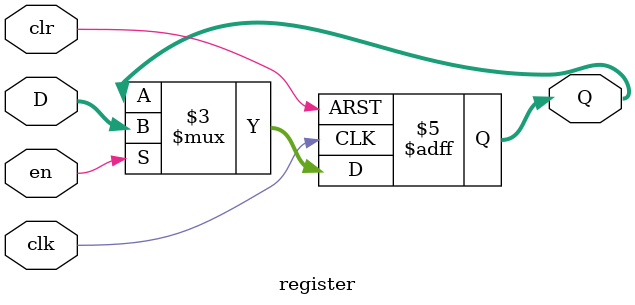
<source format=sv>
`timescale 1ns / 1ps

module VGA_fsm(
    input logic clk, rst_l,
    output logic[8:0] row,
    output logic[9:0] col,
    output logic Hsync, Vsync
    //input[3:0] pixel,
    //output[18:0] addr,
    );
    
    wire[9:0] H_MAX = 800;
    wire[9:0] V_MAX = 521;
    wire[9:0] H_PULSE = 96;
    wire[9:0] V_PULSE = 2;
    wire[9:0] H_FP = 16;
    wire[9:0] V_FP = 10;
    wire[9:0] H_BP = 48;
    wire[9:0] V_BP = 29;
   
    logic clearH, clearV, enH, enV, h_sync_val, v_sync_val, clk_50, clk_25;
    logic[9:0] hCount;
    logic[9:0] vCount;
    logic[3:0] R, G, B;
    
    counter #(10) hCounter(clk_25, clearH, enH, rst_l, hCount);
    counter #(10) vCounter(clk_25, clearV, enV, rst_l, vCount);
    register #(1) hReg(h_sync_val, clk_25, rst_l, 1'b1, Hsync);
    register #(1) vReg(v_sync_val, clk_25, rst_l, 1'b1, Vsync);

    register #(4) redReg(R, clk_25, rst_l, 1'b1, vgaRed);
    register #(4) greenReg(G, clk_25, rst_l, 1'b1, vgaGreen);
    register #(4) blueReg(B, clk_25, rst_l, 1'b1, vgaBlue);
            
    assign enH = 1'b1;
    
    //counter v and h sync
    always_comb begin
        if(hCount >= H_MAX) begin
            clearH = 1'b1;
            h_sync_val = 1'b1;
            enV = 1'b0;
        end  
        else if(hCount > H_FP+H_PULSE) begin
            clearH = 1'b0;
            h_sync_val = 1'b1;
            enV = 1'b0;
        end
        else if(hCount == H_FP+H_PULSE) begin
            clearH = 1'b0;
            h_sync_val = 1'b1;
            enV = 1'b1;
        end
        else if(hCount >= H_FP) begin
            clearH = 1'b0;
            h_sync_val = 1'b0;
            enV = 1'b0;
        end                   
        else begin
            clearH = 1'b0;
            h_sync_val = 1'b1;
            enV = 1'b0;
        end
        
        
        if(vCount >= V_MAX) begin
            clearV = 1'b1;
            v_sync_val = 1'b1;
        end              
        else if(vCount >= V_FP+V_PULSE) begin
            clearV = 1'b0;
            v_sync_val = 1'b1;
        end           
        else if(vCount >= V_FP) begin
            clearV = 1'b0;
            v_sync_val = 1'b0;
        end           
        else begin
            clearV = 1'b0;
            v_sync_val = 1'b1;
        end
        
        
            
    end
    
    //pixel
    always_comb begin
        if(hCount > H_FP+H_PULSE+H_BP) begin
            col = hCount - (H_FP+H_PULSE+H_BP);
        end
        else begin
            col = 0;
        end
    
        if(vCount > V_FP+V_PULSE+V_BP) begin
            row = vCount - (V_FP+V_PULSE+V_BP);
        end    
        else begin
            row = 0;
        end
    end 
    
    always_ff @(posedge clk, negedge rst_l) begin
        if(~rst_l) clk_50 <= 0;
        else clk_50 <= ~clk_50;
    end
    
        
    always_ff @(posedge clk_50, negedge rst_l) begin
        if(~rst_l) clk_25 <= 0;
        else clk_25 <= ~clk_25;
    end
    

endmodule

module counter
  #(parameter WIDTH = 8)
  (input  bit clk, clear, en, rst_L,
   output bit [WIDTH-1:0] Q);

  always_ff@(posedge clk, negedge rst_L)
    if(~rst_L)
      Q <= 0;
    else if (clear)
      Q <= 0;
    else if (en)
      Q <= Q + 1;
endmodule: counter



module register
  #(parameter WIDTH = 6)
   (input logic [WIDTH-1:0] D,
    input logic clk, clr, en,
    output logic [WIDTH-1:0] Q );

   always_ff @(posedge clk, negedge clr)
     if(~clr)
       Q <= 0;
     else if(en) Q <= D;
   
endmodule: register
</source>
